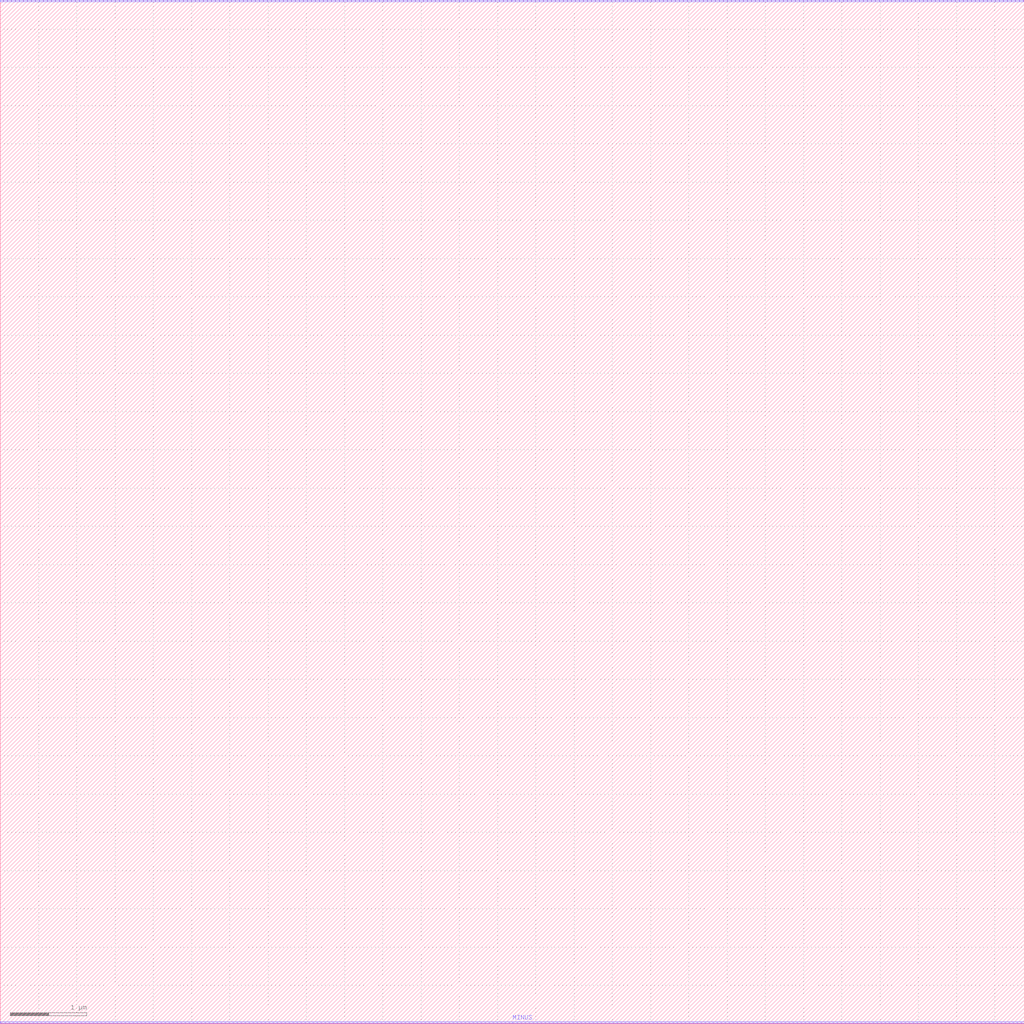
<source format=lef>
VERSION 5.7 ;
BUSBITCHARS "[]" ;
DIVIDERCHAR "/" ;

MACRO CMC_NMOS_25_1
  ORIGIN 0 0 ;
  FOREIGN CMC_NMOS_25_1 0 0 ;
  SIZE 2.16 BY 0.466 ;
  PIN D2
    DIRECTION INOUT ;
    USE SIGNAL ;
    PORT
      LAYER M2 ;
        RECT 0.256 0.192 2.012 0.21 ;
    END
  END D2
  PIN VDD
    DIRECTION INOUT ;
    USE POWER ;
    PORT
      LAYER M2 ;
        RECT 0 0.448 2.16 0.466 ;
    END
  END VDD
  PIN G
    DIRECTION INOUT ;
    USE SIGNAL ;
    PORT
      LAYER M2 ;
        RECT 0.094 0.32 2.066 0.338 ;
    END
  END G
  PIN D1
    DIRECTION INOUT ;
    USE SIGNAL ;
    PORT
      LAYER M2 ;
        RECT 0.148 0.256 1.904 0.274 ;
    END
  END D1
  PIN S2
    DIRECTION INOUT ;
    USE SIGNAL ;
    PORT
      LAYER M2 ;
        RECT 0.364 0.064 2.12 0.082 ;
    END
  END S2
  PIN S1
    DIRECTION INOUT ;
    USE SIGNAL ;
    PORT
      LAYER M2 ;
        RECT 0.04 0.128 1.796 0.146 ;
    END
  END S1
  PIN VSS
    DIRECTION INOUT ;
    USE POWER ;
    PORT
      LAYER M2 ;
        RECT 0 0 2.16 0.018 ;
    END
  END VSS
  OBS
    LAYER M1 ;
      RECT 0 0 2.16 0.466 ;
  END
END CMC_NMOS_25_1

MACRO CMC_PMOS_10_1
  ORIGIN 0 0 ;
  FOREIGN CMC_PMOS_10_1 0 0 ;
  SIZE 0.864 BY 0.402 ;
  PIN D1
    DIRECTION INOUT ;
    USE SIGNAL ;
    PORT
      LAYER M2 ;
        RECT 0.148 0.128 0.608 0.146 ;
    END
  END D1
  PIN VDD
    DIRECTION INOUT ;
    USE POWER ;
    PORT
      LAYER M2 ;
        RECT 0 0.384 0.864 0.402 ;
    END
  END VDD
  PIN VSS
    DIRECTION INOUT ;
    USE POWER ;
    PORT
      LAYER M2 ;
        RECT 0 0 0.864 0.018 ;
    END
  END VSS
  PIN G
    DIRECTION INOUT ;
    USE SIGNAL ;
    PORT
      LAYER M2 ;
        RECT 0.094 0.064 0.77 0.082 ;
    END
  END G
  PIN S2
    DIRECTION INOUT ;
    USE SIGNAL ;
    PORT
      LAYER M2 ;
        RECT 0.364 0.32 0.824 0.338 ;
    END
  END S2
  PIN D2
    DIRECTION INOUT ;
    USE SIGNAL ;
    PORT
      LAYER M2 ;
        RECT 0.256 0.192 0.716 0.21 ;
    END
  END D2
  PIN S1
    DIRECTION INOUT ;
    USE SIGNAL ;
    PORT
      LAYER M2 ;
        RECT 0.04 0.256 0.5 0.274 ;
    END
  END S1
  OBS
    LAYER M1 ;
      RECT 0 0 0.864 0.402 ;
  END
END CMC_PMOS_10_1


MACRO CMC_PMOS_15_1
  ORIGIN 0 0 ;
  FOREIGN CMC_PMOS_15_1 0 0 ;
  SIZE 1.296 BY 0.402 ;
  PIN S1
    DIRECTION INOUT ;
    USE SIGNAL ;
    PORT
      LAYER M2 ;
        RECT 0.04 0.256 0.932 0.274 ;
    END
  END S1
  PIN VSS
    DIRECTION INOUT ;
    USE POWER ;
    PORT
      LAYER M2 ;
        RECT 0 0 1.296 0.018 ;
    END
  END VSS
  PIN VDD
    DIRECTION INOUT ;
    USE POWER ;
    PORT
      LAYER M2 ;
        RECT 0 0.384 1.296 0.402 ;
    END
  END VDD
  PIN S2
    DIRECTION INOUT ;
    USE SIGNAL ;
    PORT
      LAYER M2 ;
        RECT 0.364 0.32 1.256 0.338 ;
    END
  END S2
  PIN G
    DIRECTION INOUT ;
    USE SIGNAL ;
    PORT
      LAYER M2 ;
        RECT 0.094 0.064 1.202 0.082 ;
    END
  END G
  PIN D2
    DIRECTION INOUT ;
    USE SIGNAL ;
    PORT
      LAYER M2 ;
        RECT 0.256 0.192 1.148 0.21 ;
    END
  END D2
  PIN D1
    DIRECTION INOUT ;
    USE SIGNAL ;
    PORT
      LAYER M2 ;
        RECT 0.148 0.128 1.04 0.146 ;
    END
  END D1
  OBS
    LAYER M1 ;
      RECT 0 0 1.296 0.402 ;
  END
END CMC_PMOS_15_1

MACRO Cap_192f
  ORIGIN 0 0 ;
  FOREIGN Cap_192f 0 0 ;
  SIZE 24.184 BY 4.024 ;
  PIN MINUS
    DIRECTION INOUT ;
    USE SIGNAL ;
    PORT
      LAYER M2 ;
        RECT 0 0.005 24.184 0.023 ;
    END
  END MINUS
  PIN PLUS
    DIRECTION INOUT ;
    USE SIGNAL ;
    PORT
      LAYER M2 ;
        RECT 0 4.001 24.184 4.019 ;
    END
  END PLUS
END Cap_192f


MACRO Cap_32f
  ORIGIN 0 0 ;
  FOREIGN Cap_32f 0 0 ;
  SIZE 4.024 BY 4.024 ;
  PIN MINUS
    DIRECTION INOUT ;
    USE SIGNAL ;
    PORT
      LAYER M2 ;
        RECT 0 0.005 4.024 0.023 ;
    END
  END MINUS
  PIN PLUS
    DIRECTION INOUT ;
    USE SIGNAL ;
    PORT
      LAYER M2 ;
        RECT 0 4.001 4.024 4.019 ;
    END
  END PLUS
END Cap_32f

MACRO Cap_352f
  ORIGIN 0 0 ;
  FOREIGN Cap_352f 0 0 ;
  SIZE 13.384 BY 13.384 ;
  PIN PLUS
    DIRECTION INOUT ;
    USE SIGNAL ;
    PORT
      LAYER M2 ;
        RECT 0 13.361 13.384 13.379 ;
    END
  END PLUS
  PIN MINUS
    DIRECTION INOUT ;
    USE SIGNAL ;
    PORT
      LAYER M2 ;
        RECT 0 0.005 13.384 0.023 ;
    END
  END MINUS
END Cap_352f


MACRO Cap_96f
  ORIGIN 0 0 ;
  FOREIGN Cap_96f 0 0 ;
  SIZE 12.087 BY 4.024 ;
  PIN PLUS
    DIRECTION INOUT ;
    USE SIGNAL ;
    PORT
      LAYER M2 ;
        RECT 0 4.001 12.087 4.019 ;
    END
  END PLUS
  PIN MINUS
    DIRECTION INOUT ;
    USE SIGNAL ;
    PORT
      LAYER M2 ;
        RECT 0 0.005 12.088 0.023 ;
    END
  END MINUS
END Cap_96f

MACRO DP_NMOS_70_1
  ORIGIN 0 0 ;
  FOREIGN DP_NMOS_70_1 0 0 ;
  SIZE 6.048 BY 0.402 ;
  PIN VSS
    DIRECTION INOUT ;
    USE POWER ;
    PORT
      LAYER M2 ;
        RECT 0 0 6.048 0.018 ;
    END
  END VSS
  PIN G1
    DIRECTION INOUT ;
    USE SIGNAL ;
    PORT
      LAYER M2 ;
        RECT 0.094 0.32 5.954 0.338 ;
    END
  END G1
  PIN D1
    DIRECTION INOUT ;
    USE SIGNAL ;
    PORT
      LAYER M2 ;
        RECT 0.148 0.256 5.792 0.274 ;
    END
  END D1
  PIN D2
    DIRECTION INOUT ;
    USE SIGNAL ;
    PORT
      LAYER M2 ;
        RECT 0.256 0.192 5.9 0.21 ;
    END
  END D2
  PIN G2
    DIRECTION INOUT ;
    USE SIGNAL ;
    PORT
      LAYER M2 ;
        RECT 0.31 0.128 5.954 0.146 ;
    END
  END G2
  PIN S
    DIRECTION INOUT ;
    USE SIGNAL ;
    PORT
      LAYER M2 ;
        RECT 0.04 0.064 6.008 0.082 ;
    END
  END S
  PIN VDD
    DIRECTION INOUT ;
    USE POWER ;
    PORT
      LAYER M2 ;
        RECT 0 0.384 6.048 0.402 ;
    END
  END VDD
  OBS
    LAYER M1 ;
      RECT 0 0 6.048 0.402 ;
  END
END DP_NMOS_70_1

MACRO SCM_NMOS_50
  ORIGIN 0 0 ;
  FOREIGN SCM_NMOS_50 0 0 ;
  SIZE 2.592 BY 0.402 ;
  PIN D1
    DIRECTION INOUT ;
    USE SIGNAL ;
    PORT
      LAYER M2 ;
        RECT 1.228 0.192 1.364 0.21 ;
    END
    PORT
      LAYER M2 ;
        RECT 1.336 0.192 1.364 0.21 ;
    END
  END D1
  PIN VSS
    DIRECTION INOUT ;
    USE POWER ;
    PORT
      LAYER M2 ;
        RECT 0 0 2.592 0.018 ;
    END
  END VSS
  PIN S
    DIRECTION INOUT ;
    USE SIGNAL ;
    PORT
      LAYER M2 ;
        RECT 0.04 0.064 2.552 0.082 ;
    END
  END S
  PIN VDD
    DIRECTION INOUT ;
    USE POWER ;
    PORT
      LAYER M2 ;
        RECT 0 0.384 2.592 0.402 ;
    END
  END VDD
  PIN D2
    DIRECTION INOUT ;
    USE SIGNAL ;
    PORT
      LAYER M2 ;
        RECT 0.148 0.128 2.444 0.146 ;
    END
  END D2
  OBS
    LAYER M1 ;
      RECT 0 0 2.592 0.402 ;
  END
END SCM_NMOS_50

MACRO Switch_NMOS_10
  ORIGIN 0 0 ;
  FOREIGN Switch_NMOS_10 0 0 ;
  SIZE 0.432 BY 0.466 ;
  PIN S
    DIRECTION INOUT ;
    USE SIGNAL ;
    PORT
      LAYER M2 ;
        RECT 0.04 0.064 0.392 0.082 ;
    END
  END S
  PIN VSS
    DIRECTION INOUT ;
    USE POWER ;
    PORT
      LAYER M2 ;
        RECT 0 0 0.432 0.018 ;
    END
  END VSS
  PIN D
    DIRECTION INOUT ;
    USE SIGNAL ;
    PORT
      LAYER M2 ;
        RECT 0.148 0.384 0.284 0.402 ;
    END
  END D
  PIN G
    DIRECTION INOUT ;
    USE SIGNAL ;
    PORT
      LAYER M2 ;
        RECT 0.094 0.128 0.338 0.146 ;
    END
  END G
  PIN VDD
    DIRECTION INOUT ;
    USE POWER ;
    PORT
      LAYER M2 ;
        RECT 0 0.448 0.432 0.466 ;
    END
  END VDD
END Switch_NMOS_10

MACRO Switch_PMOS_10
  ORIGIN 0 0 ;
  FOREIGN Switch_PMOS_10 0 0 ;
  SIZE 0.432 BY 0.466 ;
  PIN S
    DIRECTION INOUT ;
    USE SIGNAL ;
    PORT
      LAYER M2 ;
        RECT 0.04 0.32 0.392 0.338 ;
    END
  END S
  PIN VSS
    DIRECTION INOUT ;
    USE POWER ;
    PORT
      LAYER M2 ;
        RECT 0 0 0.432 0.018 ;
    END
  END VSS
  PIN D
    DIRECTION INOUT ;
    USE SIGNAL ;
    PORT
      LAYER M2 ;
        RECT 0.148 0.064 0.284 0.082 ;
    END
  END D
  PIN G
    DIRECTION INOUT ;
    USE SIGNAL ;
    PORT
      LAYER M2 ;
        RECT 0.094 0.256 0.338 0.274 ;
    END
  END G
  PIN VDD
    DIRECTION INOUT ;
    USE POWER ;
    PORT
      LAYER M2 ;
        RECT 0 0.448 0.432 0.466 ;
    END
  END VDD
END Switch_PMOS_10

END LIBRARY

</source>
